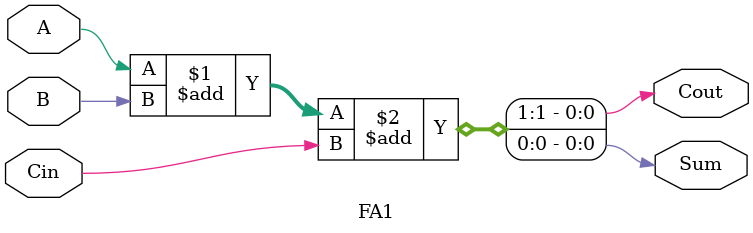
<source format=v>
`timescale 1ns / 1ps

module FA1(input A, input B, input Cin, output Sum, output Cout);

    assign {Cout, Sum} = A + B + Cin;

endmodule

</source>
